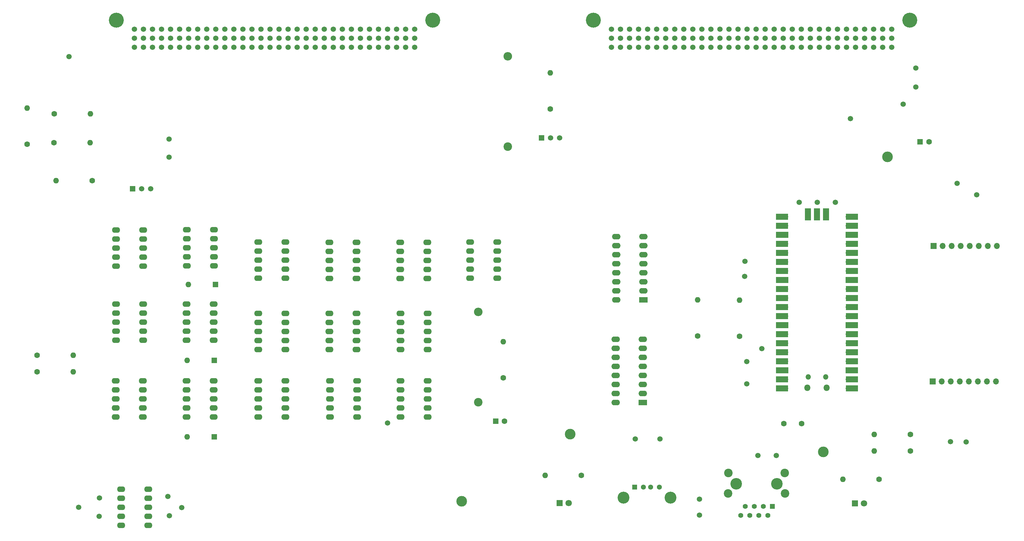
<source format=gts>
%TF.GenerationSoftware,KiCad,Pcbnew,7.0.5*%
%TF.CreationDate,2024-12-04T21:25:02-05:00*%
%TF.ProjectId,selftest_bd,73656c66-7465-4737-945f-62642e6b6963,2.1*%
%TF.SameCoordinates,Original*%
%TF.FileFunction,Soldermask,Top*%
%TF.FilePolarity,Negative*%
%FSLAX46Y46*%
G04 Gerber Fmt 4.6, Leading zero omitted, Abs format (unit mm)*
G04 Created by KiCad (PCBNEW 7.0.5) date 2024-12-04 21:25:02*
%MOMM*%
%LPD*%
G01*
G04 APERTURE LIST*
%ADD10C,1.500000*%
%ADD11R,1.800000X1.800000*%
%ADD12C,1.800000*%
%ADD13O,2.300000X1.600000*%
%ADD14R,1.600000X1.600000*%
%ADD15O,1.600000X1.600000*%
%ADD16C,3.250000*%
%ADD17R,1.408000X1.408000*%
%ADD18C,1.408000*%
%ADD19C,2.400000*%
%ADD20C,4.200000*%
%ADD21C,1.600000*%
%ADD22R,1.500000X1.500000*%
%ADD23R,2.400000X1.600000*%
%ADD24O,2.400000X1.600000*%
%ADD25O,2.400000X2.400000*%
%ADD26C,3.000000*%
%ADD27R,1.428000X1.428000*%
%ADD28C,1.428000*%
%ADD29C,3.346000*%
%ADD30R,1.700000X1.700000*%
%ADD31O,1.700000X1.700000*%
%ADD32O,1.800000X1.800000*%
%ADD33O,1.500000X1.500000*%
%ADD34R,3.500000X1.700000*%
%ADD35R,1.700000X3.500000*%
G04 APERTURE END LIST*
D10*
%TO.C,TP15*%
X215701800Y-98590000D03*
%TD*%
%TO.C,TP32*%
X27923500Y-139564335D03*
%TD*%
%TO.C,TP5*%
X259639000Y-26230000D03*
%TD*%
D11*
%TO.C,D4*%
X163063200Y-138421800D03*
D12*
X165603200Y-138421800D03*
%TD*%
D10*
%TO.C,TP23*%
X202387400Y-141774600D03*
%TD*%
%TO.C,TP40*%
X191313000Y-120337000D03*
%TD*%
D13*
%TO.C,K16*%
X125948400Y-75221600D03*
X125948400Y-72681600D03*
X125948400Y-70141600D03*
X125948400Y-67601600D03*
X125948400Y-65061600D03*
X118328400Y-65061600D03*
X118328400Y-67601600D03*
X118328400Y-70141600D03*
X118328400Y-72681600D03*
X118328400Y-75221600D03*
%TD*%
D10*
%TO.C,TP35*%
X33723500Y-142164335D03*
%TD*%
D13*
%TO.C,K4*%
X126015200Y-114226200D03*
X126015200Y-111686200D03*
X126015200Y-109146200D03*
X126015200Y-106606200D03*
X126015200Y-104066200D03*
X118395200Y-104066200D03*
X118395200Y-106606200D03*
X118395200Y-109146200D03*
X118395200Y-111686200D03*
X118395200Y-114226200D03*
%TD*%
D14*
%TO.C,D1*%
X66025200Y-98276200D03*
D15*
X58405200Y-98276200D03*
%TD*%
D16*
%TO.C,J3*%
X224129800Y-132960800D03*
X212699800Y-132960800D03*
D17*
X222859800Y-139310800D03*
D18*
X221589800Y-141850800D03*
X220319800Y-139310800D03*
X219049800Y-141850800D03*
X217779800Y-139310800D03*
X216509800Y-141850800D03*
X215239800Y-139310800D03*
X213969800Y-141850800D03*
D19*
X226439800Y-135710800D03*
X226329800Y-129910800D03*
X210499800Y-129910800D03*
X210389800Y-135710800D03*
%TD*%
D10*
%TO.C,J2*%
X122352000Y-5165335D03*
X119812000Y-5165335D03*
X117272000Y-5165335D03*
X114732000Y-5165335D03*
X112192000Y-5165335D03*
X109652000Y-5165335D03*
X107112000Y-5165335D03*
X104572000Y-5165335D03*
X102032000Y-5165335D03*
X99492000Y-5165335D03*
X96952000Y-5165335D03*
X94412000Y-5165335D03*
X91872000Y-5165335D03*
X89332000Y-5165335D03*
X86792000Y-5165335D03*
X84252000Y-5165335D03*
X81712000Y-5165335D03*
X79172000Y-5165335D03*
X76632000Y-5165335D03*
X74092000Y-5165335D03*
X71552000Y-5165335D03*
X69012000Y-5165335D03*
X66472000Y-5165335D03*
X63932000Y-5165335D03*
X61392000Y-5165335D03*
X58852000Y-5165335D03*
X56312000Y-5165335D03*
X53772000Y-5165335D03*
X51232000Y-5165335D03*
X48692000Y-5165335D03*
X46152000Y-5165335D03*
X43612000Y-5165335D03*
X122352000Y-7705335D03*
X119812000Y-7705335D03*
X117272000Y-7705335D03*
X114732000Y-7705335D03*
X112192000Y-7705335D03*
X109652000Y-7705335D03*
X107112000Y-7705335D03*
X104572000Y-7705335D03*
X102032000Y-7705335D03*
X99492000Y-7705335D03*
X96952000Y-7705335D03*
X94412000Y-7705335D03*
X91872000Y-7705335D03*
X89332000Y-7705335D03*
X86792000Y-7705335D03*
X84252000Y-7705335D03*
X81712000Y-7705335D03*
X79172000Y-7705335D03*
X76632000Y-7705335D03*
X74092000Y-7705335D03*
X71552000Y-7705335D03*
X69012000Y-7705335D03*
X66472000Y-7705335D03*
X63932000Y-7705335D03*
X61392000Y-7705335D03*
X58852000Y-7705335D03*
X56312000Y-7705335D03*
X53772000Y-7705335D03*
X51232000Y-7705335D03*
X48692000Y-7705335D03*
X46152000Y-7705335D03*
X43612000Y-7705335D03*
X122352000Y-10245335D03*
X119812000Y-10245335D03*
X117272000Y-10245335D03*
X114732000Y-10245335D03*
X112192000Y-10245335D03*
X109652000Y-10245335D03*
X107112000Y-10245335D03*
X104572000Y-10245335D03*
X102032000Y-10245335D03*
X99492000Y-10245335D03*
X96952000Y-10245335D03*
X94412000Y-10245335D03*
X91872000Y-10245335D03*
X89332000Y-10245335D03*
X86792000Y-10245335D03*
X84252000Y-10245335D03*
X81712000Y-10245335D03*
X79172000Y-10245335D03*
X76632000Y-10245335D03*
X74092000Y-10245335D03*
X71552000Y-10245335D03*
X69012000Y-10245335D03*
X66472000Y-10245335D03*
X63932000Y-10245335D03*
X61392000Y-10245335D03*
X58852000Y-10245335D03*
X56312000Y-10245335D03*
X53772000Y-10245335D03*
X51232000Y-10245335D03*
X48692000Y-10245335D03*
X46152000Y-10245335D03*
X43612000Y-10245335D03*
D20*
X127432000Y-2625335D03*
X38532000Y-2625335D03*
%TD*%
D10*
%TO.C,TP2*%
X244811200Y-30294000D03*
%TD*%
%TO.C,TP11*%
X230391400Y-53826600D03*
%TD*%
%TO.C,TP9*%
X25269600Y-12818665D03*
%TD*%
D21*
%TO.C,R9*%
X261671000Y-123766000D03*
D15*
X251511000Y-123766000D03*
%TD*%
D21*
%TO.C,R1*%
X147215200Y-103186200D03*
D15*
X147215200Y-93026200D03*
%TD*%
D21*
%TO.C,R7*%
X21056800Y-37050400D03*
D15*
X31216800Y-37050400D03*
%TD*%
D13*
%TO.C,K17*%
X47513500Y-144654335D03*
X47513500Y-142114335D03*
X47513500Y-139574335D03*
X47513500Y-137034335D03*
X47513500Y-134494335D03*
X39893500Y-134494335D03*
X39893500Y-137034335D03*
X39893500Y-139574335D03*
X39893500Y-142114335D03*
X39893500Y-144654335D03*
%TD*%
D10*
%TO.C,TP4*%
X53391000Y-36009000D03*
%TD*%
%TO.C,J1*%
X256387800Y-5165335D03*
X253847800Y-5165335D03*
X251307800Y-5165335D03*
X248767800Y-5165335D03*
X246227800Y-5165335D03*
X243687800Y-5165335D03*
X241147800Y-5165335D03*
X238607800Y-5165335D03*
X236067800Y-5165335D03*
X233527800Y-5165335D03*
X230987800Y-5165335D03*
X228447800Y-5165335D03*
X225907800Y-5165335D03*
X223367800Y-5165335D03*
X220827800Y-5165335D03*
X218287800Y-5165335D03*
X215747800Y-5165335D03*
X213207800Y-5165335D03*
X210667800Y-5165335D03*
X208127800Y-5165335D03*
X205587800Y-5165335D03*
X203047800Y-5165335D03*
X200507800Y-5165335D03*
X197967800Y-5165335D03*
X195427800Y-5165335D03*
X192887800Y-5165335D03*
X190347800Y-5165335D03*
X187807800Y-5165335D03*
X185267800Y-5165335D03*
X182727800Y-5165335D03*
X180187800Y-5165335D03*
X177647800Y-5165335D03*
X256387800Y-7705335D03*
X253847800Y-7705335D03*
X251307800Y-7705335D03*
X248767800Y-7705335D03*
X246227800Y-7705335D03*
X243687800Y-7705335D03*
X241147800Y-7705335D03*
X238607800Y-7705335D03*
X236067800Y-7705335D03*
X233527800Y-7705335D03*
X230987800Y-7705335D03*
X228447800Y-7705335D03*
X225907800Y-7705335D03*
X223367800Y-7705335D03*
X220827800Y-7705335D03*
X218287800Y-7705335D03*
X215747800Y-7705335D03*
X213207800Y-7705335D03*
X210667800Y-7705335D03*
X208127800Y-7705335D03*
X205587800Y-7705335D03*
X203047800Y-7705335D03*
X200507800Y-7705335D03*
X197967800Y-7705335D03*
X195427800Y-7705335D03*
X192887800Y-7705335D03*
X190347800Y-7705335D03*
X187807800Y-7705335D03*
X185267800Y-7705335D03*
X182727800Y-7705335D03*
X180187800Y-7705335D03*
X177647800Y-7705335D03*
X256387800Y-10245335D03*
X253847800Y-10245335D03*
X251307800Y-10245335D03*
X248767800Y-10245335D03*
X246227800Y-10245335D03*
X243687800Y-10245335D03*
X241147800Y-10245335D03*
X238607800Y-10245335D03*
X236067800Y-10245335D03*
X233527800Y-10245335D03*
X230987800Y-10245335D03*
X228447800Y-10245335D03*
X225907800Y-10245335D03*
X223367800Y-10245335D03*
X220827800Y-10245335D03*
X218287800Y-10245335D03*
X215747800Y-10245335D03*
X213207800Y-10245335D03*
X210667800Y-10245335D03*
X208127800Y-10245335D03*
X205587800Y-10245335D03*
X203047800Y-10245335D03*
X200507800Y-10245335D03*
X197967800Y-10245335D03*
X195427800Y-10245335D03*
X192887800Y-10245335D03*
X190347800Y-10245335D03*
X187807800Y-10245335D03*
X185267800Y-10245335D03*
X182727800Y-10245335D03*
X180187800Y-10245335D03*
X177647800Y-10245335D03*
D20*
X261467800Y-2625335D03*
X172567800Y-2625335D03*
%TD*%
D10*
%TO.C,TP14*%
X215701800Y-104889200D03*
%TD*%
D13*
%TO.C,K14*%
X86015200Y-75196200D03*
X86015200Y-72656200D03*
X86015200Y-70116200D03*
X86015200Y-67576200D03*
X86015200Y-65036200D03*
X78395200Y-65036200D03*
X78395200Y-67576200D03*
X78395200Y-70116200D03*
X78395200Y-72656200D03*
X78395200Y-75196200D03*
%TD*%
D22*
%TO.C,U4*%
X157988200Y-35708600D03*
D10*
X160528200Y-35708600D03*
X163068200Y-35708600D03*
%TD*%
D23*
%TO.C,U2*%
X186588600Y-81271800D03*
D24*
X186588600Y-78731800D03*
X186588600Y-76191800D03*
X186588600Y-73651800D03*
X186588600Y-71111800D03*
X186588600Y-68571800D03*
X186588600Y-66031800D03*
X186588600Y-63491800D03*
X178968600Y-63491800D03*
X178968600Y-66031800D03*
X178968600Y-68571800D03*
X178968600Y-71111800D03*
X178968600Y-73651800D03*
X178968600Y-76191800D03*
X178968600Y-78731800D03*
X178968600Y-81271800D03*
%TD*%
D23*
%TO.C,U3*%
X186436200Y-110151600D03*
D24*
X186436200Y-107611600D03*
X186436200Y-105071600D03*
X186436200Y-102531600D03*
X186436200Y-99991600D03*
X186436200Y-97451600D03*
X186436200Y-94911600D03*
X186436200Y-92371600D03*
X178816200Y-92371600D03*
X178816200Y-94911600D03*
X178816200Y-97451600D03*
X178816200Y-99991600D03*
X178816200Y-102531600D03*
X178816200Y-105071600D03*
X178816200Y-107611600D03*
X178816200Y-110151600D03*
%TD*%
D21*
%TO.C,C1*%
X231111000Y-116019000D03*
X226111000Y-116019000D03*
%TD*%
D10*
%TO.C,TP17*%
X219888000Y-94937000D03*
%TD*%
D13*
%TO.C,K6*%
X46085200Y-71756200D03*
X46085200Y-69216200D03*
X46085200Y-66676200D03*
X46085200Y-64136200D03*
X46085200Y-61596200D03*
X38465200Y-61596200D03*
X38465200Y-64136200D03*
X38465200Y-66676200D03*
X38465200Y-69216200D03*
X38465200Y-71756200D03*
%TD*%
D21*
%TO.C,R11*%
X201854000Y-91381000D03*
D15*
X201854000Y-81221000D03*
%TD*%
D19*
%TO.C,R12*%
X148539400Y-38142600D03*
D25*
X148539400Y-12742600D03*
%TD*%
D10*
%TO.C,TP1*%
X263131200Y-16054065D03*
%TD*%
D13*
%TO.C,K2*%
X86015200Y-114226200D03*
X86015200Y-111686200D03*
X86015200Y-109146200D03*
X86015200Y-106606200D03*
X86015200Y-104066200D03*
X78395200Y-104066200D03*
X78395200Y-106606200D03*
X78395200Y-109146200D03*
X78395200Y-111686200D03*
X78395200Y-114226200D03*
%TD*%
%TO.C,K9*%
X46085200Y-92616200D03*
X46085200Y-90076200D03*
X46085200Y-87536200D03*
X46085200Y-84996200D03*
X46085200Y-82456200D03*
X38465200Y-82456200D03*
X38465200Y-84996200D03*
X38465200Y-87536200D03*
X38465200Y-90076200D03*
X38465200Y-92616200D03*
%TD*%
D10*
%TO.C,TP20*%
X272923200Y-121175200D03*
%TD*%
D13*
%TO.C,K15*%
X106015200Y-75221600D03*
X106015200Y-72681600D03*
X106015200Y-70141600D03*
X106015200Y-67601600D03*
X106015200Y-65061600D03*
X98395200Y-65061600D03*
X98395200Y-67601600D03*
X98395200Y-70141600D03*
X98395200Y-72681600D03*
X98395200Y-75221600D03*
%TD*%
%TO.C,K13*%
X46015200Y-114226200D03*
X46015200Y-111686200D03*
X46015200Y-109146200D03*
X46015200Y-106606200D03*
X46015200Y-104066200D03*
X38395200Y-104066200D03*
X38395200Y-106606200D03*
X38395200Y-109146200D03*
X38395200Y-111686200D03*
X38395200Y-114226200D03*
%TD*%
D10*
%TO.C,TP24*%
X223952000Y-125010600D03*
%TD*%
D13*
%TO.C,K5*%
X106215200Y-114226200D03*
X106215200Y-111686200D03*
X106215200Y-109146200D03*
X106215200Y-106606200D03*
X106215200Y-104066200D03*
X98595200Y-104066200D03*
X98595200Y-106606200D03*
X98595200Y-109146200D03*
X98595200Y-111686200D03*
X98595200Y-114226200D03*
%TD*%
%TO.C,K8*%
X86015200Y-95226200D03*
X86015200Y-92686200D03*
X86015200Y-90146200D03*
X86015200Y-87606200D03*
X86015200Y-85066200D03*
X78395200Y-85066200D03*
X78395200Y-87606200D03*
X78395200Y-90146200D03*
X78395200Y-92686200D03*
X78395200Y-95226200D03*
%TD*%
D10*
%TO.C,TP25*%
X218821200Y-125010600D03*
%TD*%
D21*
%TO.C,R14*%
X31801000Y-47693000D03*
D15*
X21641000Y-47693000D03*
%TD*%
D26*
%TO.C,TP6*%
X135585400Y-137913800D03*
%TD*%
D10*
%TO.C,TP28*%
X114706600Y-115917400D03*
%TD*%
D21*
%TO.C,R6*%
X13513000Y-37482200D03*
D15*
X13513000Y-27322200D03*
%TD*%
D26*
%TO.C,TP37*%
X166040000Y-119016200D03*
%TD*%
D21*
%TO.C,R15*%
X169164200Y-130598600D03*
D15*
X159004200Y-130598600D03*
%TD*%
D14*
%TO.C,D3*%
X66375200Y-76926200D03*
D15*
X58755200Y-76926200D03*
%TD*%
D27*
%TO.C,J4*%
X184138400Y-133885065D03*
D28*
X186638400Y-133885065D03*
X188638400Y-133885065D03*
X191138400Y-133885065D03*
D29*
X181068400Y-136885065D03*
X194208400Y-136885065D03*
%TD*%
D30*
%TO.C,J6*%
X268135600Y-66085600D03*
D31*
X270675600Y-66085600D03*
X273215600Y-66085600D03*
X275755600Y-66085600D03*
X278295600Y-66085600D03*
X280835600Y-66085600D03*
X283375600Y-66085600D03*
X285915600Y-66085600D03*
%TD*%
D10*
%TO.C,TP34*%
X53023500Y-136564335D03*
%TD*%
D13*
%TO.C,K3*%
X126015200Y-95226200D03*
X126015200Y-92686200D03*
X126015200Y-90146200D03*
X126015200Y-87606200D03*
X126015200Y-85066200D03*
X118395200Y-85066200D03*
X118395200Y-87606200D03*
X118395200Y-90146200D03*
X118395200Y-92686200D03*
X118395200Y-95226200D03*
%TD*%
D10*
%TO.C,TP33*%
X53423500Y-141964335D03*
%TD*%
%TO.C,TP26*%
X274752000Y-48455000D03*
%TD*%
D13*
%TO.C,K1*%
X145542200Y-75205600D03*
X145542200Y-72665600D03*
X145542200Y-70125600D03*
X145542200Y-67585600D03*
X145542200Y-65045600D03*
X137922200Y-65045600D03*
X137922200Y-67585600D03*
X137922200Y-70125600D03*
X137922200Y-72665600D03*
X137922200Y-75205600D03*
%TD*%
D10*
%TO.C,TP13*%
X240551400Y-53826600D03*
%TD*%
%TO.C,TP12*%
X235471400Y-53826600D03*
%TD*%
D13*
%TO.C,K12*%
X65938600Y-71670600D03*
X65938600Y-69130600D03*
X65938600Y-66590600D03*
X65938600Y-64050600D03*
X65938600Y-61510600D03*
X58318600Y-61510600D03*
X58318600Y-64050600D03*
X58318600Y-66590600D03*
X58318600Y-69130600D03*
X58318600Y-71670600D03*
%TD*%
D10*
%TO.C,TP22*%
X202387400Y-137278800D03*
%TD*%
D21*
%TO.C,R5*%
X21133000Y-28897000D03*
D15*
X31293000Y-28897000D03*
%TD*%
D10*
%TO.C,TP36*%
X33823500Y-136964335D03*
%TD*%
D21*
%TO.C,R4*%
X16306200Y-101466600D03*
D15*
X26466200Y-101466600D03*
%TD*%
D14*
%TO.C,C3*%
X264379144Y-36771000D03*
D21*
X266879144Y-36771000D03*
%TD*%
D26*
%TO.C,TP38*%
X255244800Y-41020865D03*
%TD*%
D10*
%TO.C,TP39*%
X184329400Y-120414465D03*
%TD*%
%TO.C,TP27*%
X280289200Y-51680800D03*
%TD*%
D13*
%TO.C,K7*%
X106015200Y-95226200D03*
X106015200Y-92686200D03*
X106015200Y-90146200D03*
X106015200Y-87606200D03*
X106015200Y-85066200D03*
X98395200Y-85066200D03*
X98395200Y-87606200D03*
X98395200Y-90146200D03*
X98395200Y-92686200D03*
X98395200Y-95226200D03*
%TD*%
D10*
%TO.C,TP21*%
X277292000Y-121226000D03*
%TD*%
D21*
%TO.C,R13*%
X160426600Y-27550800D03*
D15*
X160426600Y-17390800D03*
%TD*%
D21*
%TO.C,R10*%
X213665000Y-91508000D03*
D15*
X213665000Y-81348000D03*
%TD*%
D14*
%TO.C,C2*%
X145125000Y-115384000D03*
D21*
X147625000Y-115384000D03*
%TD*%
D10*
%TO.C,TP19*%
X215176800Y-70446800D03*
%TD*%
%TO.C,TP18*%
X215062000Y-74617000D03*
%TD*%
D13*
%TO.C,K11*%
X65928200Y-114226200D03*
X65928200Y-111686200D03*
X65928200Y-109146200D03*
X65928200Y-106606200D03*
X65928200Y-104066200D03*
X58308200Y-104066200D03*
X58308200Y-106606200D03*
X58308200Y-109146200D03*
X58308200Y-111686200D03*
X58308200Y-114226200D03*
%TD*%
D10*
%TO.C,TP7*%
X263131200Y-21394065D03*
%TD*%
D26*
%TO.C,TP3*%
X237210800Y-124045400D03*
%TD*%
D14*
%TO.C,D2*%
X66040200Y-119778200D03*
D15*
X58420200Y-119778200D03*
%TD*%
D10*
%TO.C,TP8*%
X53391000Y-41089000D03*
%TD*%
D21*
%TO.C,R3*%
X16256200Y-96816600D03*
D15*
X26416200Y-96816600D03*
%TD*%
D10*
%TO.C,TP31*%
X56947000Y-139641000D03*
%TD*%
D32*
%TO.C,U1*%
X238107000Y-105983000D03*
D33*
X237807000Y-102953000D03*
X232957000Y-102953000D03*
D32*
X232657000Y-105983000D03*
D31*
X244272000Y-106113000D03*
D34*
X245172000Y-106113000D03*
D31*
X244272000Y-103573000D03*
D34*
X245172000Y-103573000D03*
D30*
X244272000Y-101033000D03*
D34*
X245172000Y-101033000D03*
D31*
X244272000Y-98493000D03*
D34*
X245172000Y-98493000D03*
D31*
X244272000Y-95953000D03*
D34*
X245172000Y-95953000D03*
D31*
X244272000Y-93413000D03*
D34*
X245172000Y-93413000D03*
D31*
X244272000Y-90873000D03*
D34*
X245172000Y-90873000D03*
D30*
X244272000Y-88333000D03*
D34*
X245172000Y-88333000D03*
D31*
X244272000Y-85793000D03*
D34*
X245172000Y-85793000D03*
D31*
X244272000Y-83253000D03*
D34*
X245172000Y-83253000D03*
D31*
X244272000Y-80713000D03*
D34*
X245172000Y-80713000D03*
D31*
X244272000Y-78173000D03*
D34*
X245172000Y-78173000D03*
D30*
X244272000Y-75633000D03*
D34*
X245172000Y-75633000D03*
D31*
X244272000Y-73093000D03*
D34*
X245172000Y-73093000D03*
D31*
X244272000Y-70553000D03*
D34*
X245172000Y-70553000D03*
D31*
X244272000Y-68013000D03*
D34*
X245172000Y-68013000D03*
D31*
X244272000Y-65473000D03*
D34*
X245172000Y-65473000D03*
D30*
X244272000Y-62933000D03*
D34*
X245172000Y-62933000D03*
D31*
X244272000Y-60393000D03*
D34*
X245172000Y-60393000D03*
D31*
X244272000Y-57853000D03*
D34*
X245172000Y-57853000D03*
D31*
X226492000Y-57853000D03*
D34*
X225592000Y-57853000D03*
D31*
X226492000Y-60393000D03*
D34*
X225592000Y-60393000D03*
D30*
X226492000Y-62933000D03*
D34*
X225592000Y-62933000D03*
D31*
X226492000Y-65473000D03*
D34*
X225592000Y-65473000D03*
D31*
X226492000Y-68013000D03*
D34*
X225592000Y-68013000D03*
D31*
X226492000Y-70553000D03*
D34*
X225592000Y-70553000D03*
D31*
X226492000Y-73093000D03*
D34*
X225592000Y-73093000D03*
D30*
X226492000Y-75633000D03*
D34*
X225592000Y-75633000D03*
D31*
X226492000Y-78173000D03*
D34*
X225592000Y-78173000D03*
D31*
X226492000Y-80713000D03*
D34*
X225592000Y-80713000D03*
D31*
X226492000Y-83253000D03*
D34*
X225592000Y-83253000D03*
D31*
X226492000Y-85793000D03*
D34*
X225592000Y-85793000D03*
D30*
X226492000Y-88333000D03*
D34*
X225592000Y-88333000D03*
D31*
X226492000Y-90873000D03*
D34*
X225592000Y-90873000D03*
D31*
X226492000Y-93413000D03*
D34*
X225592000Y-93413000D03*
D31*
X226492000Y-95953000D03*
D34*
X225592000Y-95953000D03*
D31*
X226492000Y-98493000D03*
D34*
X225592000Y-98493000D03*
D30*
X226492000Y-101033000D03*
D34*
X225592000Y-101033000D03*
D31*
X226492000Y-103573000D03*
D34*
X225592000Y-103573000D03*
D31*
X226492000Y-106113000D03*
D34*
X225592000Y-106113000D03*
D31*
X237922000Y-58083000D03*
D35*
X237922000Y-57183000D03*
D30*
X235382000Y-58083000D03*
D35*
X235382000Y-57183000D03*
D31*
X232842000Y-58083000D03*
D35*
X232842000Y-57183000D03*
%TD*%
D22*
%TO.C,U5*%
X43078600Y-50055200D03*
D10*
X45618600Y-50055200D03*
X48158600Y-50055200D03*
%TD*%
D13*
%TO.C,K10*%
X65928200Y-92616200D03*
X65928200Y-90076200D03*
X65928200Y-87536200D03*
X65928200Y-84996200D03*
X65928200Y-82456200D03*
X58308200Y-82456200D03*
X58308200Y-84996200D03*
X58308200Y-87536200D03*
X58308200Y-90076200D03*
X58308200Y-92616200D03*
%TD*%
D19*
%TO.C,R2*%
X140215200Y-110026200D03*
D25*
X140215200Y-84626200D03*
%TD*%
D11*
%TO.C,D5*%
X246045000Y-138523400D03*
D12*
X248585000Y-138523400D03*
%TD*%
D21*
%TO.C,R16*%
X252806400Y-131741600D03*
D15*
X242646400Y-131741600D03*
%TD*%
D21*
%TO.C,R8*%
X261671000Y-119067000D03*
D15*
X251511000Y-119067000D03*
%TD*%
D30*
%TO.C,J5*%
X267932000Y-104185600D03*
D31*
X270472000Y-104185600D03*
X273012000Y-104185600D03*
X275552000Y-104185600D03*
X278092000Y-104185600D03*
X280632000Y-104185600D03*
X283172000Y-104185600D03*
X285712000Y-104185600D03*
%TD*%
M02*

</source>
